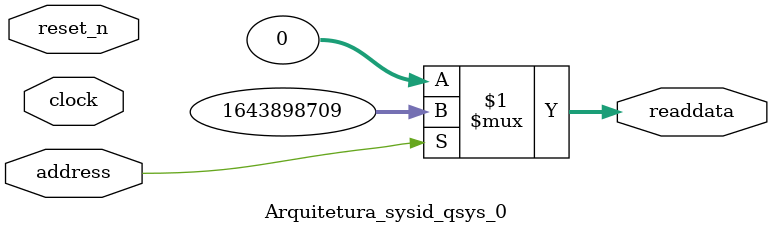
<source format=v>



// synthesis translate_off
`timescale 1ns / 1ps
// synthesis translate_on

// turn off superfluous verilog processor warnings 
// altera message_level Level1 
// altera message_off 10034 10035 10036 10037 10230 10240 10030 

module Arquitetura_sysid_qsys_0 (
               // inputs:
                address,
                clock,
                reset_n,

               // outputs:
                readdata
             )
;

  output  [ 31: 0] readdata;
  input            address;
  input            clock;
  input            reset_n;

  wire    [ 31: 0] readdata;
  //control_slave, which is an e_avalon_slave
  assign readdata = address ? 1643898709 : 0;

endmodule



</source>
